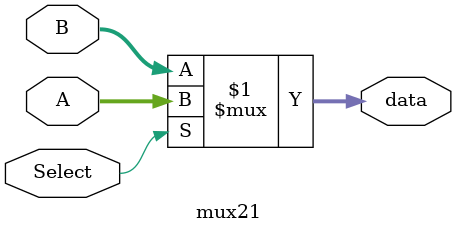
<source format=v>
module mux21 #(parameter N=32)(input [N-1:0]A,input [N-1:0]B,input Select,output [N-1:0]data);

assign data=(Select)?A:B;

endmodule
</source>
